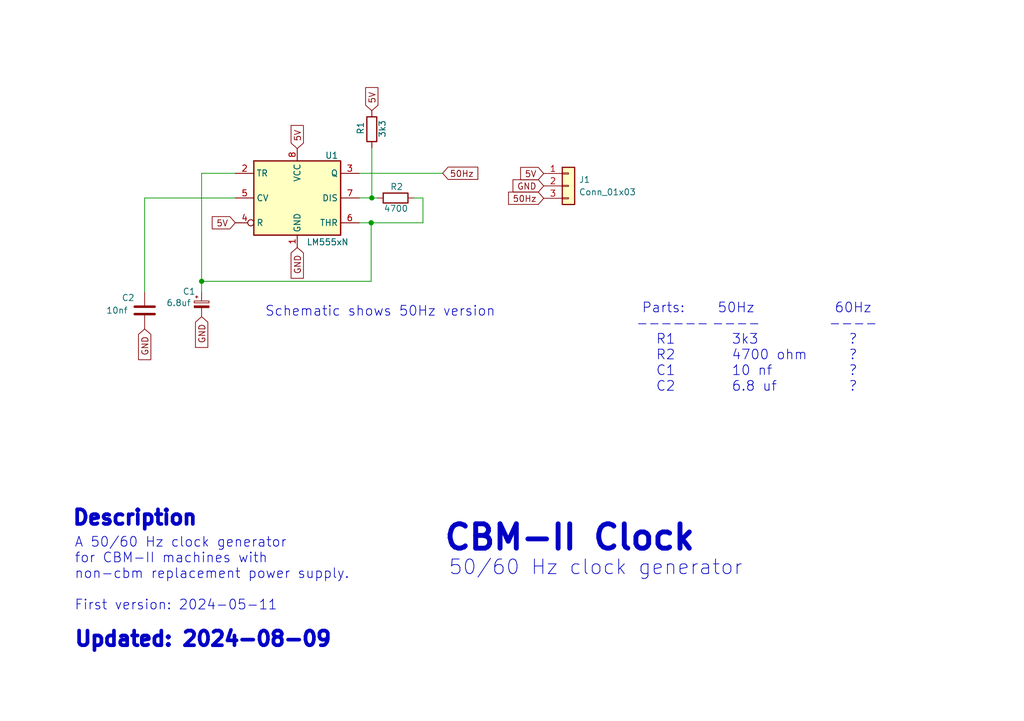
<source format=kicad_sch>
(kicad_sch (version 20231120) (generator "eeschema") (generator_version "8.0")
  (paper "A5")
  (title_block (title "CB-II Clock"))
  (lib_symbols
    (symbol "Connector_Generic:Conn_01x03" (pin_names (offset 1.016) hide)
      (property "Reference" "J" (at 0 5.08 0))
      (property "Value" "Conn_01x03" (at 0 -5.08 0))
      (symbol "Conn_01x03_1_1"
        (rectangle (start -1.27 -2.413) (end 0 -2.667) (stroke (width 0.1524)))
        (rectangle (start -1.27 0.127) (end 0 -0.127) (stroke (width 0.1524)))
        (rectangle (start -1.27 2.667) (end 0 2.413) (stroke (width 0.1524)))
        (rectangle (start -1.27 3.81) (end 1.27 -3.81) (stroke (width 0.254)) (fill (type background)))
        (pin passive line (at -5.08 2.54 0) (length 3.81) (name "Pin_1") (number "1"))
        (pin passive line (at -5.08 0 0) (length 3.81) (name "Pin_2") (number "2"))
        (pin passive line (at -5.08 -2.54 0) (length 3.81) (name "Pin_3") (number "3"))
      )
    )
    (symbol "Device:C" (pin_numbers hide) (pin_names (offset 0.254))
      (property "Reference" "C" (at 0.635 2.54 0))
      (property "Value" "C" (at 0.635 -2.54 0))
      (symbol "C_0_1"
        (polyline (pts (xy -2.032 -0.762) (xy 2.032 -0.762)) (stroke (width 0.508)))
        (polyline (pts (xy -2.032 0.762) (xy 2.032 0.762)) (stroke (width 0.508)))
      )
      (symbol "C_1_1"
        (pin passive line (at 0 3.81 270) (length 2.794) (name "~") (number "1"))
        (pin passive line (at 0 -3.81 90) (length 2.794) (name "~") (number "2"))
      )
    )
    (symbol "Device:C_Polarized_Small" (pin_numbers hide) (pin_names (offset 0.254) hide)
      (property "Reference" "C" (at 0.254 1.778 0))
      (property "Value" "C_Polarized_Small" (at 0.254 -2.032 0))
      (symbol "C_Polarized_Small_0_1"
        (rectangle (start -1.524 -0.3048) (end 1.524 -0.6858) (fill (type outline)))
        (rectangle (start -1.524 0.6858) (end 1.524 0.3048))
        (polyline (pts (xy -1.27 1.524) (xy -0.762 1.524)))
        (polyline (pts (xy -1.016 1.27) (xy -1.016 1.778)))
      )
      (symbol "C_Polarized_Small_1_1"
        (pin passive line (at 0 2.54 270) (length 1.8542) (name "~") (number "1"))
        (pin passive line (at 0 -2.54 90) (length 1.8542) (name "~") (number "2"))
      )
    )
    (symbol "Device:R" (pin_numbers hide) (pin_names (offset 0))
      (property "Reference" "R" (at 2.032 0 90))
      (property "Value" "R" (at 0 0 90))
      (symbol "R_0_1"
        (rectangle (start -1.016 -2.54) (end 1.016 2.54) (stroke (width 0.254)))
      )
      (symbol "R_1_1"
        (pin passive line (at 0 3.81 270) (length 1.27) (name "~") (number "1"))
        (pin passive line (at 0 -3.81 90) (length 1.27) (name "~") (number "2"))
      )
    )
    (symbol "Timer:LM555xN"
      (property "Reference" "U" (at -10.16 8.89 0))
      (property "Value" "LM555xN" (at 2.54 8.89 0))
      (symbol "LM555xN_0_0"
        (pin power_in line (at 0 -10.16 90) (length 2.54) (name "GND") (number "1"))
        (pin power_in line (at 0 10.16 270) (length 2.54) (name "VCC") (number "8"))
      )
      (symbol "LM555xN_0_1"
        (rectangle (start -8.89 -7.62) (end 8.89 7.62) (stroke (width 0.254)) (fill (type background)))
        (rectangle (start -8.89 -7.62) (end 8.89 7.62) (stroke (width 0.254)) (fill (type background)))
      )
      (symbol "LM555xN_1_1"
        (pin input line (at -12.7 5.08 0) (length 3.81) (name "TR") (number "2"))
        (pin output line (at 12.7 5.08 180) (length 3.81) (name "Q") (number "3"))
        (pin input inverted (at -12.7 -5.08 0) (length 3.81) (name "R") (number "4"))
        (pin input line (at -12.7 0 0) (length 3.81) (name "CV") (number "5"))
        (pin input line (at 12.7 -5.08 180) (length 3.81) (name "THR") (number "6"))
        (pin input line (at 12.7 0 180) (length 3.81) (name "DIS") (number "7"))
      )
    )
  )
  (junction (at 76.1238 45.72))
  (junction (at 76.2508 40.6146))
  (junction (at 41.3512 57.7342))
  (wire (pts (xy 73.66 35.56) (xy 90.7796 35.56)))
  (wire (pts (xy 76.2508 40.6146) (xy 76.2508 40.64)))
  (wire (pts (xy 76.2508 40.64) (xy 77.3176 40.64)))
  (wire (pts (xy 84.9376 40.64) (xy 86.741 40.64)))
  (wire (pts (xy 76.1238 57.7342) (xy 76.1238 45.72)))
  (wire (pts (xy 76.2508 40.6146) (xy 73.66 40.6146)))
  (wire (pts (xy 86.741 40.64) (xy 86.741 45.72)))
  (wire (pts (xy 76.2508 30.3276) (xy 76.2508 40.6146)))
  (wire (pts (xy 41.3512 57.7342) (xy 41.3512 59.9186)))
  (wire (pts (xy 41.3512 57.7342) (xy 76.1238 57.7342)))
  (wire (pts (xy 48.26 40.64) (xy 29.6672 40.64)))
  (wire (pts (xy 76.1238 45.72) (xy 73.66 45.72)))
  (wire (pts (xy 86.741 45.72) (xy 76.1238 45.72)))
  (wire (pts (xy 48.26 35.56) (xy 41.3512 35.56)))
  (wire (pts (xy 73.66 40.6146) (xy 73.66 40.64)))
  (wire (pts (xy 29.6672 40.64) (xy 29.6672 59.8932)))
  (wire (pts (xy 41.3512 35.56) (xy 41.3512 57.7342)))
  (text "Schematic shows 50Hz version\n" (at 77.978 64.008 0) (effects (font (size 2 2))))
  (text "Parts:	50Hz		60Hz\n------	----		----\nR1		3k3			?\nR2		4700 ohm	?\nC1		10 nf		?\nC2		6.8 uf		?" (at 155.194 71.374 0) (effects (font (size 2 2))))
  (text "Updated: 2024-08-09" (at 41.656 131.318 0) (effects (font (size 3 3) (thickness 1) (bold yes))))
  (text "CBM-II Clock" (at 116.84 110.49 0) (effects (font (size 5 5) (thickness 1) (bold yes))))
  (text "Description" (at 27.686 106.426 0) (effects (font (size 3 3) (thickness 1) (bold yes))))
  (text "50/60 Hz clock generator" (at 122.174 116.586 0) (effects (font (size 3 3))))
  (text "A 50/60 Hz clock generator\nfor CBM-II machines with\nnon-cbm replacement power supply.\n\nFirst version: 2024-05-11" (at 15.24 117.856 0) (effects (font (size 2 2)) (justify left)))
  (global_label "5V" (shape input) (at 111.506 35.6108 180) (property "Intersheetrefs" "${INTERSHEET_REFS}" (effects (hide yes))))
  (global_label "50Hz" (shape input) (at 90.7796 35.56 0) (property "Intersheetrefs" "${INTERSHEET_REFS}" (effects (hide yes))))
  (global_label "5V" (shape input) (at 60.96 30.48 90) (property "Intersheetrefs" "${INTERSHEET_REFS}" (effects (hide yes))))
  (global_label "5V" (shape input) (at 48.26 45.72 180) (property "Intersheetrefs" "${INTERSHEET_REFS}" (effects (hide yes))))
  (global_label "5V" (shape input) (at 76.2508 22.7076 90) (property "Intersheetrefs" "${INTERSHEET_REFS}" (effects (hide yes))))
  (global_label "GND" (shape input) (at 29.6672 67.5132 270) (property "Intersheetrefs" "${INTERSHEET_REFS}" (effects (hide yes))))
  (global_label "GND" (shape input) (at 41.3512 64.9986 270) (property "Intersheetrefs" "${INTERSHEET_REFS}" (effects (hide yes))))
  (global_label "50Hz" (shape input) (at 111.506 40.6908 180) (property "Intersheetrefs" "${INTERSHEET_REFS}" (effects (hide yes))))
  (global_label "GND" (shape input) (at 111.506 38.1508 180) (property "Intersheetrefs" "${INTERSHEET_REFS}" (effects (hide yes))))
  (global_label "GND" (shape input) (at 60.96 50.8 270) (property "Intersheetrefs" "${INTERSHEET_REFS}" (effects (hide yes))))
  (symbol (lib_id "Device:C") (at 29.6672 63.7032 0) (mirror y) (unit 1)
    (property "Reference" "C2" (at 27.6352 61.1124 0) (effects (justify left)))
    (property "Value" "10nf" (at 26.2636 63.7032 0) (effects (justify left)))
    (property "Footprint" "Capacitor_THT:C_Disc_D3.8mm_W2.6mm_P2.50mm" (effects (hide yes)))
  )
  (symbol (lib_id "Device:C_Polarized_Small") (at 41.3512 62.4586 0) (unit 1)
    (property "Reference" "C1" (at 37.4396 59.817 0) (effects (justify left)))
    (property "Value" "6.8uf" (at 34.0868 62.1538 0) (effects (justify left)))
    (property "Footprint" "Capacitor_THT:CP_Radial_D5.0mm_P2.00mm" (effects (hide yes)))
  )
  (symbol (lib_id "Device:R") (at 81.1276 40.64 90) (unit 1)
    (property "Reference" "R2" (at 81.3562 38.3286 90))
    (property "Value" "4700" (at 81.2038 42.799 90))
    (property "Footprint" "Resistor_THT:R_Axial_DIN0204_L3.6mm_D1.6mm_P7.62mm_Horizontal" (effects (hide yes)))
  )
  (symbol (lib_id "Device:R") (at 76.2508 26.5176 180) (unit 1)
    (property "Reference" "R1" (at 73.9394 26.289 90))
    (property "Value" "3k3" (at 78.4098 26.4414 90))
    (property "Footprint" "Resistor_THT:R_Axial_DIN0204_L3.6mm_D1.6mm_P7.62mm_Horizontal" (effects (hide yes)))
  )
  (symbol (lib_id "Connector_Generic:Conn_01x03") (at 116.586 38.1508 0) (unit 1)
    (property "Reference" "J1" (at 118.6942 36.8808 0) (effects (justify left)))
    (property "Value" "Conn_01x03" (at 118.6942 39.4208 0) (effects (justify left)))
    (property "Footprint" "Connector_PinHeader_2.54mm:PinHeader_1x03_P2.54mm_Vertical" (effects (hide yes)))
  )
  (symbol (lib_id "Timer:LM555xN") (at 60.96 40.64 0) (unit 1)
    (property "Reference" "U1" (at 66.6496 31.9024 0) (effects (justify left)))
    (property "Value" "LM555xN" (at 62.8396 49.6824 0) (effects (justify left)))
    (property "Footprint" "Package_DIP:DIP-8_W7.62mm" (effects (hide yes)))
    (property "Datasheet" "http://www.ti.com/lit/ds/symlink/lm555.pdf" (effects (hide yes)))
  )
)
</source>
